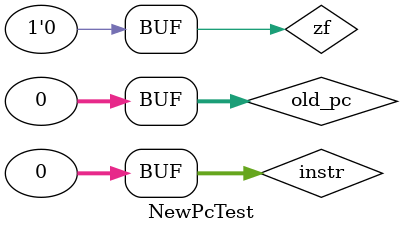
<source format=v>
`timescale 1ns / 1ps


module NewPcTest;

	// Inputs
	reg [31:0] old_pc;
	reg [31:0] instr;
	reg zf;

	// Outputs
	wire [31:0] new_pc;

	// Instantiate the Unit Under Test (UUT)
	NewPc uut (
		.old_pc(old_pc), 
		.new_pc(new_pc), 
		.instr(instr), 
		.zf(zf)
	);

	initial begin
		// Initialize Inputs
		old_pc = 0;
		instr = 0;
		zf = 0;

		// Wait 100 ns for global reset to finish
		#100;
        
		// Add stimulus here

	end
      
endmodule


</source>
